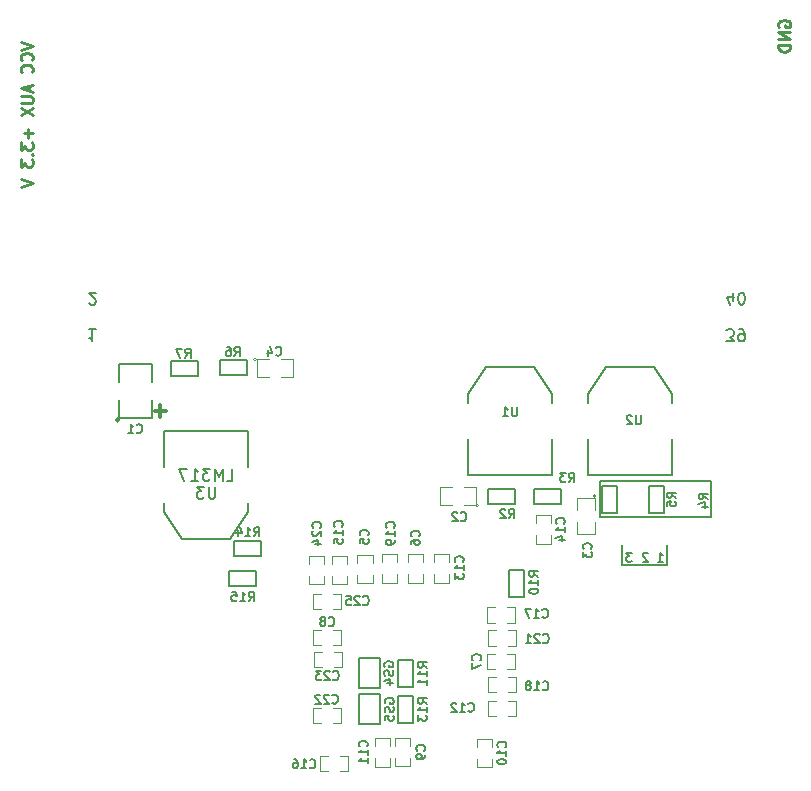
<source format=gbo>
G04 (created by PCBNEW (2013-jul-07)-stable) date Sat 01 Nov 2014 03:24:29 PM PDT*
%MOIN*%
G04 Gerber Fmt 3.4, Leading zero omitted, Abs format*
%FSLAX34Y34*%
G01*
G70*
G90*
G04 APERTURE LIST*
%ADD10C,0.00590551*%
%ADD11C,0.00984252*%
%ADD12C,0.011811*%
%ADD13C,0.00787402*%
%ADD14C,0.0075*%
%ADD15C,0.0047*%
%ADD16C,0.005*%
%ADD17C,0.008*%
%ADD18C,0.0039*%
G04 APERTURE END LIST*
G54D10*
X70687Y-32931D02*
X70462Y-32931D01*
X70574Y-32931D02*
X70574Y-33324D01*
X70537Y-33268D01*
X70499Y-33231D01*
X70462Y-33212D01*
X70462Y-32066D02*
X70481Y-32085D01*
X70518Y-32104D01*
X70612Y-32104D01*
X70649Y-32085D01*
X70668Y-32066D01*
X70687Y-32029D01*
X70687Y-31991D01*
X70668Y-31935D01*
X70443Y-31710D01*
X70687Y-31710D01*
X91704Y-33324D02*
X91948Y-33324D01*
X91817Y-33174D01*
X91873Y-33174D01*
X91911Y-33156D01*
X91929Y-33137D01*
X91948Y-33099D01*
X91948Y-33006D01*
X91929Y-32968D01*
X91911Y-32949D01*
X91873Y-32931D01*
X91761Y-32931D01*
X91723Y-32949D01*
X91704Y-32968D01*
X92136Y-32931D02*
X92211Y-32931D01*
X92248Y-32949D01*
X92267Y-32968D01*
X92304Y-33024D01*
X92323Y-33099D01*
X92323Y-33249D01*
X92304Y-33287D01*
X92286Y-33306D01*
X92248Y-33324D01*
X92173Y-33324D01*
X92136Y-33306D01*
X92117Y-33287D01*
X92098Y-33249D01*
X92098Y-33156D01*
X92117Y-33118D01*
X92136Y-33099D01*
X92173Y-33081D01*
X92248Y-33081D01*
X92286Y-33099D01*
X92304Y-33118D01*
X92323Y-33156D01*
X91911Y-31973D02*
X91911Y-31710D01*
X91817Y-32123D02*
X91723Y-31841D01*
X91967Y-31841D01*
X92192Y-32104D02*
X92229Y-32104D01*
X92267Y-32085D01*
X92286Y-32066D01*
X92304Y-32029D01*
X92323Y-31954D01*
X92323Y-31860D01*
X92304Y-31785D01*
X92286Y-31748D01*
X92267Y-31729D01*
X92229Y-31710D01*
X92192Y-31710D01*
X92154Y-31729D01*
X92136Y-31748D01*
X92117Y-31785D01*
X92098Y-31860D01*
X92098Y-31954D01*
X92117Y-32029D01*
X92136Y-32066D01*
X92154Y-32085D01*
X92192Y-32104D01*
G54D11*
X68186Y-23345D02*
X68580Y-23476D01*
X68186Y-23607D01*
X68543Y-23964D02*
X68561Y-23945D01*
X68580Y-23889D01*
X68580Y-23851D01*
X68561Y-23795D01*
X68524Y-23757D01*
X68486Y-23739D01*
X68411Y-23720D01*
X68355Y-23720D01*
X68280Y-23739D01*
X68243Y-23757D01*
X68205Y-23795D01*
X68186Y-23851D01*
X68186Y-23889D01*
X68205Y-23945D01*
X68224Y-23964D01*
X68543Y-24357D02*
X68561Y-24338D01*
X68580Y-24282D01*
X68580Y-24245D01*
X68561Y-24188D01*
X68524Y-24151D01*
X68486Y-24132D01*
X68411Y-24113D01*
X68355Y-24113D01*
X68280Y-24132D01*
X68243Y-24151D01*
X68205Y-24188D01*
X68186Y-24245D01*
X68186Y-24282D01*
X68205Y-24338D01*
X68224Y-24357D01*
X68468Y-24807D02*
X68468Y-24995D01*
X68580Y-24770D02*
X68186Y-24901D01*
X68580Y-25032D01*
X68186Y-25163D02*
X68505Y-25163D01*
X68543Y-25182D01*
X68561Y-25201D01*
X68580Y-25238D01*
X68580Y-25313D01*
X68561Y-25351D01*
X68543Y-25370D01*
X68505Y-25388D01*
X68186Y-25388D01*
X68186Y-25538D02*
X68580Y-25801D01*
X68186Y-25801D02*
X68580Y-25538D01*
X68430Y-26251D02*
X68430Y-26551D01*
X68580Y-26401D02*
X68280Y-26401D01*
X68186Y-26701D02*
X68186Y-26944D01*
X68336Y-26813D01*
X68336Y-26869D01*
X68355Y-26907D01*
X68374Y-26926D01*
X68411Y-26944D01*
X68505Y-26944D01*
X68543Y-26926D01*
X68561Y-26907D01*
X68580Y-26869D01*
X68580Y-26757D01*
X68561Y-26719D01*
X68543Y-26701D01*
X68543Y-27113D02*
X68561Y-27132D01*
X68580Y-27113D01*
X68561Y-27094D01*
X68543Y-27113D01*
X68580Y-27113D01*
X68186Y-27263D02*
X68186Y-27507D01*
X68336Y-27376D01*
X68336Y-27432D01*
X68355Y-27469D01*
X68374Y-27488D01*
X68411Y-27507D01*
X68505Y-27507D01*
X68543Y-27488D01*
X68561Y-27469D01*
X68580Y-27432D01*
X68580Y-27319D01*
X68561Y-27282D01*
X68543Y-27263D01*
X68186Y-27919D02*
X68580Y-28050D01*
X68186Y-28182D01*
X93461Y-22845D02*
X93442Y-22808D01*
X93442Y-22751D01*
X93461Y-22695D01*
X93499Y-22658D01*
X93536Y-22639D01*
X93611Y-22620D01*
X93667Y-22620D01*
X93742Y-22639D01*
X93780Y-22658D01*
X93817Y-22695D01*
X93836Y-22751D01*
X93836Y-22789D01*
X93817Y-22845D01*
X93799Y-22864D01*
X93667Y-22864D01*
X93667Y-22789D01*
X93836Y-23033D02*
X93442Y-23033D01*
X93836Y-23258D01*
X93442Y-23258D01*
X93836Y-23445D02*
X93442Y-23445D01*
X93442Y-23539D01*
X93461Y-23595D01*
X93499Y-23633D01*
X93536Y-23651D01*
X93611Y-23670D01*
X93667Y-23670D01*
X93742Y-23651D01*
X93780Y-23633D01*
X93817Y-23595D01*
X93836Y-23539D01*
X93836Y-23445D01*
G54D12*
X73027Y-35651D02*
X72646Y-35651D01*
X72837Y-35842D02*
X72837Y-35461D01*
G54D13*
X89725Y-40800D02*
X89725Y-40125D01*
X88225Y-40800D02*
X89725Y-40800D01*
X88225Y-40125D02*
X88225Y-40800D01*
G54D14*
X88550Y-40371D02*
X88364Y-40371D01*
X88464Y-40485D01*
X88421Y-40485D01*
X88392Y-40500D01*
X88378Y-40514D01*
X88364Y-40542D01*
X88364Y-40614D01*
X88378Y-40642D01*
X88392Y-40657D01*
X88421Y-40671D01*
X88507Y-40671D01*
X88535Y-40657D01*
X88550Y-40642D01*
X89085Y-40400D02*
X89071Y-40385D01*
X89042Y-40371D01*
X88971Y-40371D01*
X88942Y-40385D01*
X88928Y-40400D01*
X88914Y-40428D01*
X88914Y-40457D01*
X88928Y-40500D01*
X89100Y-40671D01*
X88914Y-40671D01*
X89414Y-40671D02*
X89585Y-40671D01*
X89500Y-40671D02*
X89500Y-40371D01*
X89528Y-40414D01*
X89557Y-40442D01*
X89585Y-40457D01*
G54D13*
X87500Y-39200D02*
X87500Y-38600D01*
X91200Y-39200D02*
X87500Y-39200D01*
X91200Y-38000D02*
X91200Y-39200D01*
X87500Y-38000D02*
X91200Y-38000D01*
X87500Y-38700D02*
X87500Y-38000D01*
G54D15*
X83386Y-46846D02*
X83386Y-46571D01*
X83386Y-47240D02*
X83386Y-47515D01*
X83898Y-46846D02*
X83898Y-46571D01*
X83898Y-47515D02*
X83898Y-47240D01*
X83892Y-46571D02*
X83392Y-46571D01*
X83392Y-47515D02*
X83892Y-47515D01*
G54D16*
X79450Y-44900D02*
X79450Y-43900D01*
X80150Y-43900D02*
X80150Y-44900D01*
X80150Y-43900D02*
X79450Y-43900D01*
X79450Y-44900D02*
X80150Y-44900D01*
G54D15*
X82456Y-41097D02*
X82456Y-41372D01*
X82456Y-40703D02*
X82456Y-40428D01*
X81944Y-41097D02*
X81944Y-41372D01*
X81944Y-40428D02*
X81944Y-40703D01*
X81950Y-41372D02*
X82450Y-41372D01*
X82450Y-40428D02*
X81950Y-40428D01*
G54D16*
X75125Y-41500D02*
X76025Y-41500D01*
X76025Y-41500D02*
X76025Y-41000D01*
X76025Y-41000D02*
X75125Y-41000D01*
X75125Y-41000D02*
X75125Y-41500D01*
G54D15*
X78827Y-47156D02*
X79102Y-47156D01*
X78433Y-47156D02*
X78158Y-47156D01*
X78827Y-47668D02*
X79102Y-47668D01*
X78158Y-47668D02*
X78433Y-47668D01*
X79102Y-47662D02*
X79102Y-47162D01*
X78158Y-47162D02*
X78158Y-47662D01*
X85856Y-39797D02*
X85856Y-40072D01*
X85856Y-39403D02*
X85856Y-39128D01*
X85344Y-39797D02*
X85344Y-40072D01*
X85344Y-39128D02*
X85344Y-39403D01*
X85350Y-40072D02*
X85850Y-40072D01*
X85850Y-39128D02*
X85350Y-39128D01*
X84028Y-45031D02*
X83753Y-45031D01*
X84422Y-45031D02*
X84697Y-45031D01*
X84028Y-44519D02*
X83753Y-44519D01*
X84697Y-44519D02*
X84422Y-44519D01*
X83753Y-44525D02*
X83753Y-45025D01*
X84697Y-45025D02*
X84697Y-44525D01*
X78612Y-43679D02*
X78887Y-43679D01*
X78218Y-43679D02*
X77943Y-43679D01*
X78612Y-44191D02*
X78887Y-44191D01*
X77943Y-44191D02*
X78218Y-44191D01*
X78887Y-44185D02*
X78887Y-43685D01*
X77943Y-43685D02*
X77943Y-44185D01*
X78597Y-41744D02*
X78872Y-41744D01*
X78203Y-41744D02*
X77928Y-41744D01*
X78597Y-42256D02*
X78872Y-42256D01*
X77928Y-42256D02*
X78203Y-42256D01*
X78872Y-42250D02*
X78872Y-41750D01*
X77928Y-41750D02*
X77928Y-42250D01*
X79056Y-41147D02*
X79056Y-41422D01*
X79056Y-40753D02*
X79056Y-40478D01*
X78544Y-41147D02*
X78544Y-41422D01*
X78544Y-40478D02*
X78544Y-40753D01*
X78550Y-41422D02*
X79050Y-41422D01*
X79050Y-40478D02*
X78550Y-40478D01*
X84003Y-42706D02*
X83728Y-42706D01*
X84397Y-42706D02*
X84672Y-42706D01*
X84003Y-42194D02*
X83728Y-42194D01*
X84672Y-42194D02*
X84397Y-42194D01*
X83728Y-42200D02*
X83728Y-42700D01*
X84672Y-42700D02*
X84672Y-42200D01*
X80731Y-41097D02*
X80731Y-41372D01*
X80731Y-40703D02*
X80731Y-40428D01*
X80219Y-41097D02*
X80219Y-41372D01*
X80219Y-40428D02*
X80219Y-40703D01*
X80225Y-41372D02*
X80725Y-41372D01*
X80725Y-40428D02*
X80225Y-40428D01*
X84023Y-43476D02*
X83748Y-43476D01*
X84417Y-43476D02*
X84692Y-43476D01*
X84023Y-42964D02*
X83748Y-42964D01*
X84692Y-42964D02*
X84417Y-42964D01*
X83748Y-42970D02*
X83748Y-43470D01*
X84692Y-43470D02*
X84692Y-42970D01*
X78597Y-45544D02*
X78872Y-45544D01*
X78203Y-45544D02*
X77928Y-45544D01*
X78597Y-46056D02*
X78872Y-46056D01*
X77928Y-46056D02*
X78203Y-46056D01*
X78872Y-46050D02*
X78872Y-45550D01*
X77928Y-45550D02*
X77928Y-46050D01*
X78306Y-41147D02*
X78306Y-41422D01*
X78306Y-40753D02*
X78306Y-40478D01*
X77794Y-41147D02*
X77794Y-41422D01*
X77794Y-40478D02*
X77794Y-40753D01*
X77800Y-41422D02*
X78300Y-41422D01*
X78300Y-40478D02*
X77800Y-40478D01*
G54D16*
X84972Y-41864D02*
X84972Y-40964D01*
X84972Y-40964D02*
X84472Y-40964D01*
X84472Y-40964D02*
X84472Y-41864D01*
X84472Y-41864D02*
X84972Y-41864D01*
G54D15*
X79985Y-46836D02*
X79985Y-46561D01*
X79985Y-47230D02*
X79985Y-47505D01*
X80497Y-46836D02*
X80497Y-46561D01*
X80497Y-47505D02*
X80497Y-47230D01*
X80491Y-46561D02*
X79991Y-46561D01*
X79991Y-47505D02*
X80491Y-47505D01*
X80654Y-46823D02*
X80654Y-46548D01*
X80654Y-47217D02*
X80654Y-47492D01*
X81166Y-46823D02*
X81166Y-46548D01*
X81166Y-47492D02*
X81166Y-47217D01*
X81160Y-46548D02*
X80660Y-46548D01*
X80660Y-47492D02*
X81160Y-47492D01*
X78597Y-42944D02*
X78872Y-42944D01*
X78203Y-42944D02*
X77928Y-42944D01*
X78597Y-43456D02*
X78872Y-43456D01*
X77928Y-43456D02*
X78203Y-43456D01*
X78872Y-43450D02*
X78872Y-42950D01*
X77928Y-42950D02*
X77928Y-43450D01*
G54D16*
X83750Y-38750D02*
X84650Y-38750D01*
X84650Y-38750D02*
X84650Y-38250D01*
X84650Y-38250D02*
X83750Y-38250D01*
X83750Y-38250D02*
X83750Y-38750D01*
G54D15*
X84027Y-45824D02*
X83752Y-45824D01*
X84421Y-45824D02*
X84696Y-45824D01*
X84027Y-45312D02*
X83752Y-45312D01*
X84696Y-45312D02*
X84421Y-45312D01*
X83752Y-45318D02*
X83752Y-45818D01*
X84696Y-45818D02*
X84696Y-45318D01*
G54D16*
X74090Y-33980D02*
X73190Y-33980D01*
X73190Y-33980D02*
X73190Y-34480D01*
X73190Y-34480D02*
X74090Y-34480D01*
X74090Y-34480D02*
X74090Y-33980D01*
X80750Y-43950D02*
X80750Y-44850D01*
X80750Y-44850D02*
X81250Y-44850D01*
X81250Y-44850D02*
X81250Y-43950D01*
X81250Y-43950D02*
X80750Y-43950D01*
X89110Y-38140D02*
X89110Y-39040D01*
X89110Y-39040D02*
X89610Y-39040D01*
X89610Y-39040D02*
X89610Y-38140D01*
X89610Y-38140D02*
X89110Y-38140D01*
X80750Y-45150D02*
X80750Y-46050D01*
X80750Y-46050D02*
X81250Y-46050D01*
X81250Y-46050D02*
X81250Y-45150D01*
X81250Y-45150D02*
X80750Y-45150D01*
X75300Y-40500D02*
X76200Y-40500D01*
X76200Y-40500D02*
X76200Y-40000D01*
X76200Y-40000D02*
X75300Y-40000D01*
X75300Y-40000D02*
X75300Y-40500D01*
X87565Y-38148D02*
X87565Y-39048D01*
X87565Y-39048D02*
X88065Y-39048D01*
X88065Y-39048D02*
X88065Y-38148D01*
X88065Y-38148D02*
X87565Y-38148D01*
X75715Y-33950D02*
X74815Y-33950D01*
X74815Y-33950D02*
X74815Y-34450D01*
X74815Y-34450D02*
X75715Y-34450D01*
X75715Y-34450D02*
X75715Y-33950D01*
X85300Y-38750D02*
X86200Y-38750D01*
X86200Y-38750D02*
X86200Y-38250D01*
X86200Y-38250D02*
X85300Y-38250D01*
X85300Y-38250D02*
X85300Y-38750D01*
X71470Y-35950D02*
G75*
G03X71470Y-35950I-70J0D01*
G74*
G01*
X72550Y-35300D02*
X72550Y-35900D01*
X72550Y-35900D02*
X71450Y-35900D01*
X71450Y-35900D02*
X71450Y-35300D01*
X71450Y-34700D02*
X71450Y-34100D01*
X71450Y-34100D02*
X72550Y-34100D01*
X72550Y-34100D02*
X72550Y-34700D01*
G54D17*
X89900Y-36600D02*
X89900Y-37800D01*
X89900Y-37800D02*
X87100Y-37800D01*
X87100Y-37800D02*
X87100Y-36600D01*
X89900Y-35400D02*
X89900Y-35100D01*
X89900Y-35100D02*
X89300Y-34200D01*
X89300Y-34200D02*
X87700Y-34200D01*
X87700Y-34200D02*
X87100Y-35100D01*
X87100Y-35100D02*
X87100Y-35400D01*
X85900Y-36600D02*
X85900Y-37800D01*
X85900Y-37800D02*
X83100Y-37800D01*
X83100Y-37800D02*
X83100Y-36600D01*
X85900Y-35400D02*
X85900Y-35100D01*
X85900Y-35100D02*
X85300Y-34200D01*
X85300Y-34200D02*
X83700Y-34200D01*
X83700Y-34200D02*
X83100Y-35100D01*
X83100Y-35100D02*
X83100Y-35400D01*
G54D18*
X76050Y-33930D02*
G75*
G03X76050Y-33930I-50J0D01*
G74*
G01*
X76450Y-33930D02*
X76050Y-33930D01*
X76050Y-33930D02*
X76050Y-34530D01*
X76050Y-34530D02*
X76450Y-34530D01*
X76850Y-34530D02*
X77250Y-34530D01*
X77250Y-34530D02*
X77250Y-33930D01*
X77250Y-33930D02*
X76850Y-33930D01*
G54D15*
X79916Y-41117D02*
X79916Y-41392D01*
X79916Y-40723D02*
X79916Y-40448D01*
X79404Y-41117D02*
X79404Y-41392D01*
X79404Y-40448D02*
X79404Y-40723D01*
X79410Y-41392D02*
X79910Y-41392D01*
X79910Y-40448D02*
X79410Y-40448D01*
X84003Y-44256D02*
X83728Y-44256D01*
X84397Y-44256D02*
X84672Y-44256D01*
X84003Y-43744D02*
X83728Y-43744D01*
X84672Y-43744D02*
X84397Y-43744D01*
X83728Y-43750D02*
X83728Y-44250D01*
X84672Y-44250D02*
X84672Y-43750D01*
X81606Y-41097D02*
X81606Y-41372D01*
X81606Y-40703D02*
X81606Y-40428D01*
X81094Y-41097D02*
X81094Y-41372D01*
X81094Y-40428D02*
X81094Y-40703D01*
X81100Y-41372D02*
X81600Y-41372D01*
X81600Y-40428D02*
X81100Y-40428D01*
G54D16*
X79450Y-46100D02*
X79450Y-45100D01*
X80150Y-45100D02*
X80150Y-46100D01*
X80150Y-45100D02*
X79450Y-45100D01*
X79450Y-46100D02*
X80150Y-46100D01*
G54D18*
X87360Y-38490D02*
G75*
G03X87360Y-38490I-50J0D01*
G74*
G01*
X87310Y-38940D02*
X87310Y-38540D01*
X87310Y-38540D02*
X86710Y-38540D01*
X86710Y-38540D02*
X86710Y-38940D01*
X86710Y-39340D02*
X86710Y-39740D01*
X86710Y-39740D02*
X87310Y-39740D01*
X87310Y-39740D02*
X87310Y-39340D01*
X83450Y-38800D02*
G75*
G03X83450Y-38800I-50J0D01*
G74*
G01*
X82950Y-38800D02*
X83350Y-38800D01*
X83350Y-38800D02*
X83350Y-38200D01*
X83350Y-38200D02*
X82950Y-38200D01*
X82550Y-38200D02*
X82150Y-38200D01*
X82150Y-38200D02*
X82150Y-38800D01*
X82150Y-38800D02*
X82550Y-38800D01*
G54D17*
X72970Y-37510D02*
X72970Y-36310D01*
X72970Y-36310D02*
X75770Y-36310D01*
X75770Y-36310D02*
X75770Y-37510D01*
X72970Y-38710D02*
X72970Y-39010D01*
X72970Y-39010D02*
X73570Y-39910D01*
X73570Y-39910D02*
X75170Y-39910D01*
X75170Y-39910D02*
X75770Y-39010D01*
X75770Y-39010D02*
X75770Y-38710D01*
G54D14*
X84334Y-46860D02*
X84349Y-46845D01*
X84363Y-46803D01*
X84363Y-46774D01*
X84349Y-46731D01*
X84320Y-46703D01*
X84292Y-46688D01*
X84234Y-46674D01*
X84192Y-46674D01*
X84134Y-46688D01*
X84106Y-46703D01*
X84077Y-46731D01*
X84063Y-46774D01*
X84063Y-46803D01*
X84077Y-46845D01*
X84092Y-46860D01*
X84363Y-47145D02*
X84363Y-46974D01*
X84363Y-47060D02*
X84063Y-47060D01*
X84106Y-47031D01*
X84134Y-47003D01*
X84149Y-46974D01*
X84063Y-47331D02*
X84063Y-47360D01*
X84077Y-47388D01*
X84092Y-47403D01*
X84120Y-47417D01*
X84177Y-47431D01*
X84249Y-47431D01*
X84306Y-47417D01*
X84334Y-47403D01*
X84349Y-47388D01*
X84363Y-47360D01*
X84363Y-47331D01*
X84349Y-47303D01*
X84334Y-47288D01*
X84306Y-47274D01*
X84249Y-47260D01*
X84177Y-47260D01*
X84120Y-47274D01*
X84092Y-47288D01*
X84077Y-47303D01*
X84063Y-47331D01*
X80314Y-44172D02*
X80300Y-44144D01*
X80300Y-44101D01*
X80314Y-44058D01*
X80343Y-44030D01*
X80371Y-44015D01*
X80429Y-44001D01*
X80471Y-44001D01*
X80529Y-44015D01*
X80557Y-44030D01*
X80586Y-44058D01*
X80600Y-44101D01*
X80600Y-44130D01*
X80586Y-44172D01*
X80571Y-44187D01*
X80471Y-44187D01*
X80471Y-44130D01*
X80586Y-44301D02*
X80600Y-44344D01*
X80600Y-44415D01*
X80586Y-44444D01*
X80571Y-44458D01*
X80543Y-44472D01*
X80514Y-44472D01*
X80486Y-44458D01*
X80471Y-44444D01*
X80457Y-44415D01*
X80443Y-44358D01*
X80429Y-44330D01*
X80414Y-44315D01*
X80386Y-44301D01*
X80357Y-44301D01*
X80329Y-44315D01*
X80314Y-44330D01*
X80300Y-44358D01*
X80300Y-44430D01*
X80314Y-44472D01*
X80400Y-44730D02*
X80600Y-44730D01*
X80286Y-44658D02*
X80500Y-44587D01*
X80500Y-44772D01*
X82917Y-40682D02*
X82932Y-40667D01*
X82946Y-40625D01*
X82946Y-40596D01*
X82932Y-40553D01*
X82903Y-40525D01*
X82875Y-40510D01*
X82817Y-40496D01*
X82775Y-40496D01*
X82717Y-40510D01*
X82689Y-40525D01*
X82660Y-40553D01*
X82646Y-40596D01*
X82646Y-40625D01*
X82660Y-40667D01*
X82675Y-40682D01*
X82946Y-40967D02*
X82946Y-40796D01*
X82946Y-40882D02*
X82646Y-40882D01*
X82689Y-40853D01*
X82717Y-40825D01*
X82732Y-40796D01*
X82646Y-41067D02*
X82646Y-41253D01*
X82760Y-41153D01*
X82760Y-41196D01*
X82775Y-41225D01*
X82789Y-41239D01*
X82817Y-41253D01*
X82889Y-41253D01*
X82917Y-41239D01*
X82932Y-41225D01*
X82946Y-41196D01*
X82946Y-41110D01*
X82932Y-41082D01*
X82917Y-41067D01*
X75780Y-41989D02*
X75880Y-41846D01*
X75952Y-41989D02*
X75952Y-41689D01*
X75838Y-41689D01*
X75809Y-41703D01*
X75795Y-41718D01*
X75780Y-41746D01*
X75780Y-41789D01*
X75795Y-41818D01*
X75809Y-41832D01*
X75838Y-41846D01*
X75952Y-41846D01*
X75495Y-41989D02*
X75666Y-41989D01*
X75580Y-41989D02*
X75580Y-41689D01*
X75609Y-41732D01*
X75638Y-41760D01*
X75666Y-41775D01*
X75223Y-41689D02*
X75366Y-41689D01*
X75380Y-41832D01*
X75366Y-41818D01*
X75338Y-41803D01*
X75266Y-41803D01*
X75238Y-41818D01*
X75223Y-41832D01*
X75209Y-41860D01*
X75209Y-41932D01*
X75223Y-41960D01*
X75238Y-41975D01*
X75266Y-41989D01*
X75338Y-41989D01*
X75366Y-41975D01*
X75380Y-41960D01*
X77822Y-47527D02*
X77837Y-47542D01*
X77880Y-47556D01*
X77908Y-47556D01*
X77951Y-47542D01*
X77980Y-47513D01*
X77994Y-47485D01*
X78008Y-47427D01*
X78008Y-47385D01*
X77994Y-47327D01*
X77980Y-47299D01*
X77951Y-47270D01*
X77908Y-47256D01*
X77880Y-47256D01*
X77837Y-47270D01*
X77822Y-47285D01*
X77537Y-47556D02*
X77708Y-47556D01*
X77622Y-47556D02*
X77622Y-47256D01*
X77651Y-47299D01*
X77680Y-47327D01*
X77708Y-47342D01*
X77280Y-47256D02*
X77337Y-47256D01*
X77365Y-47270D01*
X77380Y-47285D01*
X77408Y-47327D01*
X77422Y-47385D01*
X77422Y-47499D01*
X77408Y-47527D01*
X77394Y-47542D01*
X77365Y-47556D01*
X77308Y-47556D01*
X77280Y-47542D01*
X77265Y-47527D01*
X77251Y-47499D01*
X77251Y-47427D01*
X77265Y-47399D01*
X77280Y-47385D01*
X77308Y-47370D01*
X77365Y-47370D01*
X77394Y-47385D01*
X77408Y-47399D01*
X77422Y-47427D01*
X86292Y-39407D02*
X86307Y-39392D01*
X86321Y-39350D01*
X86321Y-39321D01*
X86307Y-39278D01*
X86278Y-39250D01*
X86250Y-39235D01*
X86192Y-39221D01*
X86150Y-39221D01*
X86092Y-39235D01*
X86064Y-39250D01*
X86035Y-39278D01*
X86021Y-39321D01*
X86021Y-39350D01*
X86035Y-39392D01*
X86050Y-39407D01*
X86321Y-39692D02*
X86321Y-39521D01*
X86321Y-39607D02*
X86021Y-39607D01*
X86064Y-39578D01*
X86092Y-39550D01*
X86107Y-39521D01*
X86121Y-39950D02*
X86321Y-39950D01*
X86007Y-39878D02*
X86221Y-39807D01*
X86221Y-39992D01*
X85585Y-44927D02*
X85600Y-44942D01*
X85643Y-44956D01*
X85671Y-44956D01*
X85714Y-44942D01*
X85743Y-44913D01*
X85757Y-44885D01*
X85771Y-44827D01*
X85771Y-44785D01*
X85757Y-44727D01*
X85743Y-44699D01*
X85714Y-44670D01*
X85671Y-44656D01*
X85643Y-44656D01*
X85600Y-44670D01*
X85585Y-44685D01*
X85300Y-44956D02*
X85471Y-44956D01*
X85385Y-44956D02*
X85385Y-44656D01*
X85414Y-44699D01*
X85443Y-44727D01*
X85471Y-44742D01*
X85128Y-44785D02*
X85157Y-44770D01*
X85171Y-44756D01*
X85185Y-44727D01*
X85185Y-44713D01*
X85171Y-44685D01*
X85157Y-44670D01*
X85128Y-44656D01*
X85071Y-44656D01*
X85043Y-44670D01*
X85028Y-44685D01*
X85014Y-44713D01*
X85014Y-44727D01*
X85028Y-44756D01*
X85043Y-44770D01*
X85071Y-44785D01*
X85128Y-44785D01*
X85157Y-44799D01*
X85171Y-44813D01*
X85185Y-44842D01*
X85185Y-44899D01*
X85171Y-44927D01*
X85157Y-44942D01*
X85128Y-44956D01*
X85071Y-44956D01*
X85043Y-44942D01*
X85028Y-44927D01*
X85014Y-44899D01*
X85014Y-44842D01*
X85028Y-44813D01*
X85043Y-44799D01*
X85071Y-44785D01*
X78592Y-44592D02*
X78607Y-44607D01*
X78650Y-44621D01*
X78678Y-44621D01*
X78721Y-44607D01*
X78750Y-44578D01*
X78764Y-44550D01*
X78778Y-44492D01*
X78778Y-44450D01*
X78764Y-44392D01*
X78750Y-44364D01*
X78721Y-44335D01*
X78678Y-44321D01*
X78650Y-44321D01*
X78607Y-44335D01*
X78592Y-44350D01*
X78478Y-44350D02*
X78464Y-44335D01*
X78435Y-44321D01*
X78364Y-44321D01*
X78335Y-44335D01*
X78321Y-44350D01*
X78307Y-44378D01*
X78307Y-44407D01*
X78321Y-44450D01*
X78492Y-44621D01*
X78307Y-44621D01*
X78207Y-44321D02*
X78021Y-44321D01*
X78121Y-44435D01*
X78078Y-44435D01*
X78050Y-44450D01*
X78035Y-44464D01*
X78021Y-44492D01*
X78021Y-44564D01*
X78035Y-44592D01*
X78050Y-44607D01*
X78078Y-44621D01*
X78164Y-44621D01*
X78192Y-44607D01*
X78207Y-44592D01*
X79592Y-42092D02*
X79607Y-42107D01*
X79650Y-42121D01*
X79678Y-42121D01*
X79721Y-42107D01*
X79750Y-42078D01*
X79764Y-42050D01*
X79778Y-41992D01*
X79778Y-41950D01*
X79764Y-41892D01*
X79750Y-41864D01*
X79721Y-41835D01*
X79678Y-41821D01*
X79650Y-41821D01*
X79607Y-41835D01*
X79592Y-41850D01*
X79478Y-41850D02*
X79464Y-41835D01*
X79435Y-41821D01*
X79364Y-41821D01*
X79335Y-41835D01*
X79321Y-41850D01*
X79307Y-41878D01*
X79307Y-41907D01*
X79321Y-41950D01*
X79492Y-42121D01*
X79307Y-42121D01*
X79035Y-41821D02*
X79178Y-41821D01*
X79192Y-41964D01*
X79178Y-41950D01*
X79150Y-41935D01*
X79078Y-41935D01*
X79050Y-41950D01*
X79035Y-41964D01*
X79021Y-41992D01*
X79021Y-42064D01*
X79035Y-42092D01*
X79050Y-42107D01*
X79078Y-42121D01*
X79150Y-42121D01*
X79178Y-42107D01*
X79192Y-42092D01*
X78892Y-39507D02*
X78907Y-39492D01*
X78921Y-39450D01*
X78921Y-39421D01*
X78907Y-39378D01*
X78878Y-39350D01*
X78850Y-39335D01*
X78792Y-39321D01*
X78750Y-39321D01*
X78692Y-39335D01*
X78664Y-39350D01*
X78635Y-39378D01*
X78621Y-39421D01*
X78621Y-39450D01*
X78635Y-39492D01*
X78650Y-39507D01*
X78921Y-39792D02*
X78921Y-39621D01*
X78921Y-39707D02*
X78621Y-39707D01*
X78664Y-39678D01*
X78692Y-39650D01*
X78707Y-39621D01*
X78621Y-40064D02*
X78621Y-39921D01*
X78764Y-39907D01*
X78750Y-39921D01*
X78735Y-39950D01*
X78735Y-40021D01*
X78750Y-40050D01*
X78764Y-40064D01*
X78792Y-40078D01*
X78864Y-40078D01*
X78892Y-40064D01*
X78907Y-40050D01*
X78921Y-40021D01*
X78921Y-39950D01*
X78907Y-39921D01*
X78892Y-39907D01*
X85571Y-42519D02*
X85586Y-42534D01*
X85629Y-42548D01*
X85657Y-42548D01*
X85700Y-42534D01*
X85729Y-42505D01*
X85743Y-42477D01*
X85757Y-42419D01*
X85757Y-42377D01*
X85743Y-42319D01*
X85729Y-42291D01*
X85700Y-42262D01*
X85657Y-42248D01*
X85629Y-42248D01*
X85586Y-42262D01*
X85571Y-42277D01*
X85286Y-42548D02*
X85457Y-42548D01*
X85371Y-42548D02*
X85371Y-42248D01*
X85400Y-42291D01*
X85429Y-42319D01*
X85457Y-42334D01*
X85186Y-42248D02*
X84986Y-42248D01*
X85114Y-42548D01*
X80627Y-39539D02*
X80642Y-39524D01*
X80656Y-39482D01*
X80656Y-39453D01*
X80642Y-39410D01*
X80613Y-39382D01*
X80585Y-39367D01*
X80527Y-39353D01*
X80485Y-39353D01*
X80427Y-39367D01*
X80399Y-39382D01*
X80370Y-39410D01*
X80356Y-39453D01*
X80356Y-39482D01*
X80370Y-39524D01*
X80385Y-39539D01*
X80656Y-39824D02*
X80656Y-39653D01*
X80656Y-39739D02*
X80356Y-39739D01*
X80399Y-39710D01*
X80427Y-39682D01*
X80442Y-39653D01*
X80656Y-39967D02*
X80656Y-40024D01*
X80642Y-40053D01*
X80627Y-40067D01*
X80585Y-40096D01*
X80527Y-40110D01*
X80413Y-40110D01*
X80385Y-40096D01*
X80370Y-40082D01*
X80356Y-40053D01*
X80356Y-39996D01*
X80370Y-39967D01*
X80385Y-39953D01*
X80413Y-39939D01*
X80485Y-39939D01*
X80513Y-39953D01*
X80527Y-39967D01*
X80542Y-39996D01*
X80542Y-40053D01*
X80527Y-40082D01*
X80513Y-40096D01*
X80485Y-40110D01*
X85592Y-43359D02*
X85607Y-43374D01*
X85650Y-43388D01*
X85678Y-43388D01*
X85721Y-43374D01*
X85750Y-43345D01*
X85764Y-43317D01*
X85778Y-43259D01*
X85778Y-43217D01*
X85764Y-43159D01*
X85750Y-43131D01*
X85721Y-43102D01*
X85678Y-43088D01*
X85650Y-43088D01*
X85607Y-43102D01*
X85592Y-43117D01*
X85478Y-43117D02*
X85464Y-43102D01*
X85435Y-43088D01*
X85364Y-43088D01*
X85335Y-43102D01*
X85321Y-43117D01*
X85307Y-43145D01*
X85307Y-43174D01*
X85321Y-43217D01*
X85492Y-43388D01*
X85307Y-43388D01*
X85021Y-43388D02*
X85192Y-43388D01*
X85107Y-43388D02*
X85107Y-43088D01*
X85135Y-43131D01*
X85164Y-43159D01*
X85192Y-43174D01*
X78573Y-45376D02*
X78588Y-45391D01*
X78631Y-45405D01*
X78659Y-45405D01*
X78702Y-45391D01*
X78731Y-45362D01*
X78745Y-45334D01*
X78759Y-45276D01*
X78759Y-45234D01*
X78745Y-45176D01*
X78731Y-45148D01*
X78702Y-45119D01*
X78659Y-45105D01*
X78631Y-45105D01*
X78588Y-45119D01*
X78573Y-45134D01*
X78459Y-45134D02*
X78445Y-45119D01*
X78416Y-45105D01*
X78345Y-45105D01*
X78316Y-45119D01*
X78302Y-45134D01*
X78288Y-45162D01*
X78288Y-45191D01*
X78302Y-45234D01*
X78473Y-45405D01*
X78288Y-45405D01*
X78173Y-45134D02*
X78159Y-45119D01*
X78131Y-45105D01*
X78059Y-45105D01*
X78031Y-45119D01*
X78016Y-45134D01*
X78002Y-45162D01*
X78002Y-45191D01*
X78016Y-45234D01*
X78188Y-45405D01*
X78002Y-45405D01*
X78170Y-39539D02*
X78185Y-39524D01*
X78199Y-39482D01*
X78199Y-39453D01*
X78185Y-39410D01*
X78156Y-39382D01*
X78128Y-39367D01*
X78070Y-39353D01*
X78028Y-39353D01*
X77970Y-39367D01*
X77942Y-39382D01*
X77913Y-39410D01*
X77899Y-39453D01*
X77899Y-39482D01*
X77913Y-39524D01*
X77928Y-39539D01*
X77928Y-39653D02*
X77913Y-39667D01*
X77899Y-39696D01*
X77899Y-39767D01*
X77913Y-39796D01*
X77928Y-39810D01*
X77956Y-39824D01*
X77985Y-39824D01*
X78028Y-39810D01*
X78199Y-39639D01*
X78199Y-39824D01*
X77999Y-40082D02*
X78199Y-40082D01*
X77885Y-40010D02*
X78099Y-39939D01*
X78099Y-40124D01*
X85430Y-41170D02*
X85287Y-41070D01*
X85430Y-40998D02*
X85130Y-40998D01*
X85130Y-41113D01*
X85144Y-41141D01*
X85159Y-41155D01*
X85187Y-41170D01*
X85230Y-41170D01*
X85259Y-41155D01*
X85273Y-41141D01*
X85287Y-41113D01*
X85287Y-40998D01*
X85430Y-41455D02*
X85430Y-41284D01*
X85430Y-41370D02*
X85130Y-41370D01*
X85173Y-41341D01*
X85201Y-41313D01*
X85216Y-41284D01*
X85130Y-41641D02*
X85130Y-41670D01*
X85144Y-41698D01*
X85159Y-41713D01*
X85187Y-41727D01*
X85244Y-41741D01*
X85316Y-41741D01*
X85373Y-41727D01*
X85401Y-41713D01*
X85416Y-41698D01*
X85430Y-41670D01*
X85430Y-41641D01*
X85416Y-41613D01*
X85401Y-41598D01*
X85373Y-41584D01*
X85316Y-41570D01*
X85244Y-41570D01*
X85187Y-41584D01*
X85159Y-41598D01*
X85144Y-41613D01*
X85130Y-41641D01*
X79723Y-46830D02*
X79738Y-46815D01*
X79752Y-46773D01*
X79752Y-46744D01*
X79738Y-46701D01*
X79709Y-46673D01*
X79681Y-46658D01*
X79623Y-46644D01*
X79581Y-46644D01*
X79523Y-46658D01*
X79495Y-46673D01*
X79466Y-46701D01*
X79452Y-46744D01*
X79452Y-46773D01*
X79466Y-46815D01*
X79481Y-46830D01*
X79752Y-47115D02*
X79752Y-46944D01*
X79752Y-47030D02*
X79452Y-47030D01*
X79495Y-47001D01*
X79523Y-46973D01*
X79538Y-46944D01*
X79752Y-47401D02*
X79752Y-47230D01*
X79752Y-47315D02*
X79452Y-47315D01*
X79495Y-47287D01*
X79523Y-47258D01*
X79538Y-47230D01*
X81637Y-46975D02*
X81652Y-46960D01*
X81666Y-46917D01*
X81666Y-46889D01*
X81652Y-46846D01*
X81623Y-46817D01*
X81595Y-46803D01*
X81537Y-46789D01*
X81495Y-46789D01*
X81437Y-46803D01*
X81409Y-46817D01*
X81380Y-46846D01*
X81366Y-46889D01*
X81366Y-46917D01*
X81380Y-46960D01*
X81395Y-46975D01*
X81666Y-47117D02*
X81666Y-47175D01*
X81652Y-47203D01*
X81637Y-47217D01*
X81595Y-47246D01*
X81537Y-47260D01*
X81423Y-47260D01*
X81395Y-47246D01*
X81380Y-47232D01*
X81366Y-47203D01*
X81366Y-47146D01*
X81380Y-47117D01*
X81395Y-47103D01*
X81423Y-47089D01*
X81495Y-47089D01*
X81523Y-47103D01*
X81537Y-47117D01*
X81552Y-47146D01*
X81552Y-47203D01*
X81537Y-47232D01*
X81523Y-47246D01*
X81495Y-47260D01*
X78450Y-42792D02*
X78464Y-42807D01*
X78507Y-42821D01*
X78535Y-42821D01*
X78578Y-42807D01*
X78607Y-42778D01*
X78621Y-42750D01*
X78635Y-42692D01*
X78635Y-42650D01*
X78621Y-42592D01*
X78607Y-42564D01*
X78578Y-42535D01*
X78535Y-42521D01*
X78507Y-42521D01*
X78464Y-42535D01*
X78450Y-42550D01*
X78278Y-42650D02*
X78307Y-42635D01*
X78321Y-42621D01*
X78335Y-42592D01*
X78335Y-42578D01*
X78321Y-42550D01*
X78307Y-42535D01*
X78278Y-42521D01*
X78221Y-42521D01*
X78192Y-42535D01*
X78178Y-42550D01*
X78164Y-42578D01*
X78164Y-42592D01*
X78178Y-42621D01*
X78192Y-42635D01*
X78221Y-42650D01*
X78278Y-42650D01*
X78307Y-42664D01*
X78321Y-42678D01*
X78335Y-42707D01*
X78335Y-42764D01*
X78321Y-42792D01*
X78307Y-42807D01*
X78278Y-42821D01*
X78221Y-42821D01*
X78192Y-42807D01*
X78178Y-42792D01*
X78164Y-42764D01*
X78164Y-42707D01*
X78178Y-42678D01*
X78192Y-42664D01*
X78221Y-42650D01*
X84450Y-39221D02*
X84550Y-39078D01*
X84621Y-39221D02*
X84621Y-38921D01*
X84507Y-38921D01*
X84478Y-38935D01*
X84464Y-38950D01*
X84450Y-38978D01*
X84450Y-39021D01*
X84464Y-39050D01*
X84478Y-39064D01*
X84507Y-39078D01*
X84621Y-39078D01*
X84335Y-38950D02*
X84321Y-38935D01*
X84292Y-38921D01*
X84221Y-38921D01*
X84192Y-38935D01*
X84178Y-38950D01*
X84164Y-38978D01*
X84164Y-39007D01*
X84178Y-39050D01*
X84350Y-39221D01*
X84164Y-39221D01*
X83105Y-45646D02*
X83120Y-45661D01*
X83163Y-45675D01*
X83191Y-45675D01*
X83234Y-45661D01*
X83263Y-45632D01*
X83277Y-45604D01*
X83291Y-45546D01*
X83291Y-45504D01*
X83277Y-45446D01*
X83263Y-45418D01*
X83234Y-45389D01*
X83191Y-45375D01*
X83163Y-45375D01*
X83120Y-45389D01*
X83105Y-45404D01*
X82820Y-45675D02*
X82991Y-45675D01*
X82905Y-45675D02*
X82905Y-45375D01*
X82934Y-45418D01*
X82963Y-45446D01*
X82991Y-45461D01*
X82705Y-45404D02*
X82691Y-45389D01*
X82663Y-45375D01*
X82591Y-45375D01*
X82563Y-45389D01*
X82548Y-45404D01*
X82534Y-45432D01*
X82534Y-45461D01*
X82548Y-45504D01*
X82720Y-45675D01*
X82534Y-45675D01*
X73676Y-33874D02*
X73776Y-33731D01*
X73847Y-33874D02*
X73847Y-33574D01*
X73733Y-33574D01*
X73704Y-33588D01*
X73690Y-33603D01*
X73676Y-33631D01*
X73676Y-33674D01*
X73690Y-33703D01*
X73704Y-33717D01*
X73733Y-33731D01*
X73847Y-33731D01*
X73576Y-33574D02*
X73376Y-33574D01*
X73504Y-33874D01*
X81721Y-44207D02*
X81578Y-44107D01*
X81721Y-44035D02*
X81421Y-44035D01*
X81421Y-44150D01*
X81435Y-44178D01*
X81450Y-44192D01*
X81478Y-44207D01*
X81521Y-44207D01*
X81550Y-44192D01*
X81564Y-44178D01*
X81578Y-44150D01*
X81578Y-44035D01*
X81721Y-44492D02*
X81721Y-44321D01*
X81721Y-44407D02*
X81421Y-44407D01*
X81464Y-44378D01*
X81492Y-44350D01*
X81507Y-44321D01*
X81721Y-44778D02*
X81721Y-44607D01*
X81721Y-44692D02*
X81421Y-44692D01*
X81464Y-44664D01*
X81492Y-44635D01*
X81507Y-44607D01*
X90021Y-38550D02*
X89878Y-38450D01*
X90021Y-38378D02*
X89721Y-38378D01*
X89721Y-38492D01*
X89735Y-38521D01*
X89750Y-38535D01*
X89778Y-38550D01*
X89821Y-38550D01*
X89850Y-38535D01*
X89864Y-38521D01*
X89878Y-38492D01*
X89878Y-38378D01*
X89721Y-38821D02*
X89721Y-38678D01*
X89864Y-38664D01*
X89850Y-38678D01*
X89835Y-38707D01*
X89835Y-38778D01*
X89850Y-38807D01*
X89864Y-38821D01*
X89892Y-38835D01*
X89964Y-38835D01*
X89992Y-38821D01*
X90007Y-38807D01*
X90021Y-38778D01*
X90021Y-38707D01*
X90007Y-38678D01*
X89992Y-38664D01*
X81721Y-45407D02*
X81578Y-45307D01*
X81721Y-45235D02*
X81421Y-45235D01*
X81421Y-45350D01*
X81435Y-45378D01*
X81450Y-45392D01*
X81478Y-45407D01*
X81521Y-45407D01*
X81550Y-45392D01*
X81564Y-45378D01*
X81578Y-45350D01*
X81578Y-45235D01*
X81721Y-45692D02*
X81721Y-45521D01*
X81721Y-45607D02*
X81421Y-45607D01*
X81464Y-45578D01*
X81492Y-45550D01*
X81507Y-45521D01*
X81421Y-45792D02*
X81421Y-45978D01*
X81535Y-45878D01*
X81535Y-45921D01*
X81550Y-45950D01*
X81564Y-45964D01*
X81592Y-45978D01*
X81664Y-45978D01*
X81692Y-45964D01*
X81707Y-45950D01*
X81721Y-45921D01*
X81721Y-45835D01*
X81707Y-45807D01*
X81692Y-45792D01*
X75954Y-39829D02*
X76054Y-39686D01*
X76126Y-39829D02*
X76126Y-39529D01*
X76012Y-39529D01*
X75983Y-39543D01*
X75969Y-39558D01*
X75954Y-39586D01*
X75954Y-39629D01*
X75969Y-39658D01*
X75983Y-39672D01*
X76012Y-39686D01*
X76126Y-39686D01*
X75669Y-39829D02*
X75840Y-39829D01*
X75754Y-39829D02*
X75754Y-39529D01*
X75783Y-39572D01*
X75812Y-39600D01*
X75840Y-39615D01*
X75412Y-39629D02*
X75412Y-39829D01*
X75483Y-39515D02*
X75554Y-39729D01*
X75369Y-39729D01*
X91081Y-38580D02*
X90938Y-38480D01*
X91081Y-38408D02*
X90781Y-38408D01*
X90781Y-38522D01*
X90795Y-38551D01*
X90810Y-38565D01*
X90838Y-38580D01*
X90881Y-38580D01*
X90910Y-38565D01*
X90924Y-38551D01*
X90938Y-38522D01*
X90938Y-38408D01*
X90881Y-38837D02*
X91081Y-38837D01*
X90767Y-38765D02*
X90981Y-38694D01*
X90981Y-38880D01*
X75307Y-33819D02*
X75407Y-33676D01*
X75478Y-33819D02*
X75478Y-33519D01*
X75364Y-33519D01*
X75335Y-33533D01*
X75321Y-33548D01*
X75307Y-33576D01*
X75307Y-33619D01*
X75321Y-33648D01*
X75335Y-33662D01*
X75364Y-33676D01*
X75478Y-33676D01*
X75049Y-33519D02*
X75107Y-33519D01*
X75135Y-33533D01*
X75149Y-33548D01*
X75178Y-33590D01*
X75192Y-33648D01*
X75192Y-33762D01*
X75178Y-33790D01*
X75164Y-33805D01*
X75135Y-33819D01*
X75078Y-33819D01*
X75049Y-33805D01*
X75035Y-33790D01*
X75021Y-33762D01*
X75021Y-33690D01*
X75035Y-33662D01*
X75049Y-33648D01*
X75078Y-33633D01*
X75135Y-33633D01*
X75164Y-33648D01*
X75178Y-33662D01*
X75192Y-33690D01*
X86450Y-38021D02*
X86550Y-37878D01*
X86621Y-38021D02*
X86621Y-37721D01*
X86507Y-37721D01*
X86478Y-37735D01*
X86464Y-37750D01*
X86450Y-37778D01*
X86450Y-37821D01*
X86464Y-37850D01*
X86478Y-37864D01*
X86507Y-37878D01*
X86621Y-37878D01*
X86350Y-37721D02*
X86164Y-37721D01*
X86264Y-37835D01*
X86221Y-37835D01*
X86192Y-37850D01*
X86178Y-37864D01*
X86164Y-37892D01*
X86164Y-37964D01*
X86178Y-37992D01*
X86192Y-38007D01*
X86221Y-38021D01*
X86307Y-38021D01*
X86335Y-38007D01*
X86350Y-37992D01*
X72046Y-36362D02*
X72060Y-36377D01*
X72103Y-36391D01*
X72131Y-36391D01*
X72174Y-36377D01*
X72203Y-36348D01*
X72217Y-36320D01*
X72231Y-36262D01*
X72231Y-36220D01*
X72217Y-36162D01*
X72203Y-36134D01*
X72174Y-36105D01*
X72131Y-36091D01*
X72103Y-36091D01*
X72060Y-36105D01*
X72046Y-36120D01*
X71760Y-36391D02*
X71931Y-36391D01*
X71846Y-36391D02*
X71846Y-36091D01*
X71874Y-36134D01*
X71903Y-36162D01*
X71931Y-36177D01*
X88848Y-35801D02*
X88848Y-36044D01*
X88834Y-36072D01*
X88820Y-36087D01*
X88791Y-36101D01*
X88734Y-36101D01*
X88705Y-36087D01*
X88691Y-36072D01*
X88677Y-36044D01*
X88677Y-35801D01*
X88548Y-35830D02*
X88534Y-35815D01*
X88505Y-35801D01*
X88434Y-35801D01*
X88405Y-35815D01*
X88391Y-35830D01*
X88377Y-35858D01*
X88377Y-35887D01*
X88391Y-35930D01*
X88562Y-36101D01*
X88377Y-36101D01*
X84728Y-35521D02*
X84728Y-35764D01*
X84714Y-35792D01*
X84700Y-35807D01*
X84671Y-35821D01*
X84614Y-35821D01*
X84585Y-35807D01*
X84571Y-35792D01*
X84557Y-35764D01*
X84557Y-35521D01*
X84257Y-35821D02*
X84428Y-35821D01*
X84342Y-35821D02*
X84342Y-35521D01*
X84371Y-35564D01*
X84400Y-35592D01*
X84428Y-35607D01*
X76686Y-33783D02*
X76700Y-33798D01*
X76743Y-33812D01*
X76771Y-33812D01*
X76814Y-33798D01*
X76843Y-33769D01*
X76857Y-33741D01*
X76871Y-33683D01*
X76871Y-33641D01*
X76857Y-33583D01*
X76843Y-33555D01*
X76814Y-33526D01*
X76771Y-33512D01*
X76743Y-33512D01*
X76700Y-33526D01*
X76686Y-33541D01*
X76428Y-33612D02*
X76428Y-33812D01*
X76500Y-33498D02*
X76571Y-33712D01*
X76386Y-33712D01*
X79748Y-39796D02*
X79763Y-39781D01*
X79777Y-39738D01*
X79777Y-39710D01*
X79763Y-39667D01*
X79734Y-39638D01*
X79706Y-39624D01*
X79648Y-39610D01*
X79606Y-39610D01*
X79548Y-39624D01*
X79520Y-39638D01*
X79491Y-39667D01*
X79477Y-39710D01*
X79477Y-39738D01*
X79491Y-39781D01*
X79506Y-39796D01*
X79477Y-40067D02*
X79477Y-39924D01*
X79620Y-39910D01*
X79606Y-39924D01*
X79591Y-39953D01*
X79591Y-40024D01*
X79606Y-40053D01*
X79620Y-40067D01*
X79648Y-40081D01*
X79720Y-40081D01*
X79748Y-40067D01*
X79763Y-40053D01*
X79777Y-40024D01*
X79777Y-39953D01*
X79763Y-39924D01*
X79748Y-39910D01*
X83497Y-43952D02*
X83512Y-43937D01*
X83526Y-43894D01*
X83526Y-43866D01*
X83512Y-43823D01*
X83483Y-43794D01*
X83455Y-43780D01*
X83397Y-43766D01*
X83355Y-43766D01*
X83297Y-43780D01*
X83269Y-43794D01*
X83240Y-43823D01*
X83226Y-43866D01*
X83226Y-43894D01*
X83240Y-43937D01*
X83255Y-43952D01*
X83226Y-44052D02*
X83226Y-44252D01*
X83526Y-44123D01*
X81460Y-39829D02*
X81475Y-39814D01*
X81489Y-39771D01*
X81489Y-39743D01*
X81475Y-39700D01*
X81446Y-39671D01*
X81418Y-39657D01*
X81360Y-39643D01*
X81318Y-39643D01*
X81260Y-39657D01*
X81232Y-39671D01*
X81203Y-39700D01*
X81189Y-39743D01*
X81189Y-39771D01*
X81203Y-39814D01*
X81218Y-39829D01*
X81189Y-40086D02*
X81189Y-40029D01*
X81203Y-40000D01*
X81218Y-39986D01*
X81260Y-39957D01*
X81318Y-39943D01*
X81432Y-39943D01*
X81460Y-39957D01*
X81475Y-39971D01*
X81489Y-40000D01*
X81489Y-40057D01*
X81475Y-40086D01*
X81460Y-40100D01*
X81432Y-40114D01*
X81360Y-40114D01*
X81332Y-40100D01*
X81318Y-40086D01*
X81303Y-40057D01*
X81303Y-40000D01*
X81318Y-39971D01*
X81332Y-39957D01*
X81360Y-39943D01*
X80335Y-45392D02*
X80321Y-45364D01*
X80321Y-45321D01*
X80335Y-45278D01*
X80364Y-45250D01*
X80392Y-45235D01*
X80450Y-45221D01*
X80492Y-45221D01*
X80550Y-45235D01*
X80578Y-45250D01*
X80607Y-45278D01*
X80621Y-45321D01*
X80621Y-45350D01*
X80607Y-45392D01*
X80592Y-45407D01*
X80492Y-45407D01*
X80492Y-45350D01*
X80607Y-45521D02*
X80621Y-45564D01*
X80621Y-45635D01*
X80607Y-45664D01*
X80592Y-45678D01*
X80564Y-45692D01*
X80535Y-45692D01*
X80507Y-45678D01*
X80492Y-45664D01*
X80478Y-45635D01*
X80464Y-45578D01*
X80450Y-45550D01*
X80435Y-45535D01*
X80407Y-45521D01*
X80378Y-45521D01*
X80350Y-45535D01*
X80335Y-45550D01*
X80321Y-45578D01*
X80321Y-45650D01*
X80335Y-45692D01*
X80321Y-45964D02*
X80321Y-45821D01*
X80464Y-45807D01*
X80450Y-45821D01*
X80435Y-45850D01*
X80435Y-45921D01*
X80450Y-45950D01*
X80464Y-45964D01*
X80492Y-45978D01*
X80564Y-45978D01*
X80592Y-45964D01*
X80607Y-45950D01*
X80621Y-45921D01*
X80621Y-45850D01*
X80607Y-45821D01*
X80592Y-45807D01*
X87192Y-40250D02*
X87207Y-40235D01*
X87221Y-40192D01*
X87221Y-40164D01*
X87207Y-40121D01*
X87178Y-40092D01*
X87150Y-40078D01*
X87092Y-40064D01*
X87050Y-40064D01*
X86992Y-40078D01*
X86964Y-40092D01*
X86935Y-40121D01*
X86921Y-40164D01*
X86921Y-40192D01*
X86935Y-40235D01*
X86950Y-40250D01*
X86921Y-40350D02*
X86921Y-40535D01*
X87035Y-40435D01*
X87035Y-40478D01*
X87050Y-40507D01*
X87064Y-40521D01*
X87092Y-40535D01*
X87164Y-40535D01*
X87192Y-40521D01*
X87207Y-40507D01*
X87221Y-40478D01*
X87221Y-40392D01*
X87207Y-40364D01*
X87192Y-40350D01*
X82850Y-39292D02*
X82864Y-39307D01*
X82907Y-39321D01*
X82935Y-39321D01*
X82978Y-39307D01*
X83007Y-39278D01*
X83021Y-39250D01*
X83035Y-39192D01*
X83035Y-39150D01*
X83021Y-39092D01*
X83007Y-39064D01*
X82978Y-39035D01*
X82935Y-39021D01*
X82907Y-39021D01*
X82864Y-39035D01*
X82850Y-39050D01*
X82735Y-39050D02*
X82721Y-39035D01*
X82692Y-39021D01*
X82621Y-39021D01*
X82592Y-39035D01*
X82578Y-39050D01*
X82564Y-39078D01*
X82564Y-39107D01*
X82578Y-39150D01*
X82750Y-39321D01*
X82564Y-39321D01*
G54D17*
X74674Y-38172D02*
X74674Y-38495D01*
X74655Y-38534D01*
X74636Y-38553D01*
X74598Y-38572D01*
X74522Y-38572D01*
X74484Y-38553D01*
X74465Y-38534D01*
X74446Y-38495D01*
X74446Y-38172D01*
X74293Y-38172D02*
X74046Y-38172D01*
X74179Y-38324D01*
X74122Y-38324D01*
X74084Y-38343D01*
X74065Y-38362D01*
X74046Y-38400D01*
X74046Y-38495D01*
X74065Y-38534D01*
X74084Y-38553D01*
X74122Y-38572D01*
X74236Y-38572D01*
X74274Y-38553D01*
X74293Y-38534D01*
X75046Y-37972D02*
X75236Y-37972D01*
X75236Y-37572D01*
X74912Y-37972D02*
X74912Y-37572D01*
X74779Y-37857D01*
X74646Y-37572D01*
X74646Y-37972D01*
X74493Y-37572D02*
X74246Y-37572D01*
X74379Y-37724D01*
X74322Y-37724D01*
X74284Y-37743D01*
X74265Y-37762D01*
X74246Y-37800D01*
X74246Y-37895D01*
X74265Y-37934D01*
X74284Y-37953D01*
X74322Y-37972D01*
X74436Y-37972D01*
X74474Y-37953D01*
X74493Y-37934D01*
X73865Y-37972D02*
X74093Y-37972D01*
X73979Y-37972D02*
X73979Y-37572D01*
X74017Y-37629D01*
X74055Y-37667D01*
X74093Y-37686D01*
X73731Y-37572D02*
X73465Y-37572D01*
X73636Y-37972D01*
M02*

</source>
